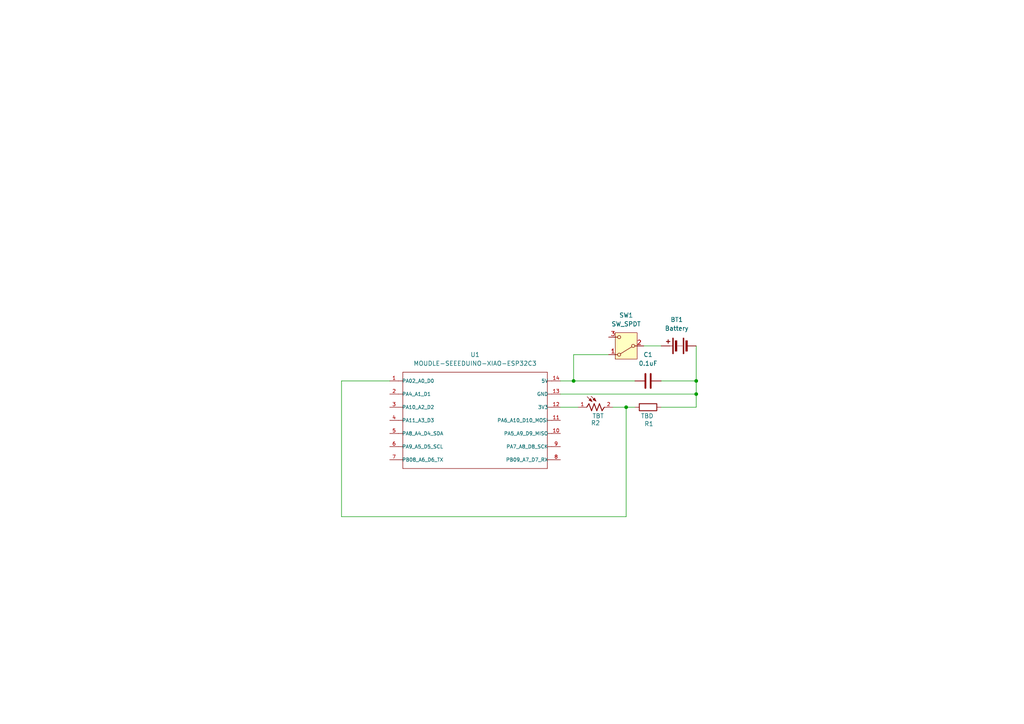
<source format=kicad_sch>
(kicad_sch (version 20231120) (generator "eeschema") (generator_version "8.0")
  (paper "A4")
  (title_block (title "Laura_Sensor_Board v1.0") (date "2025-02-05"))
  (lib_symbols
    (symbol "CDS:PDV-P8103" (pin_names (offset 1.016))
      (property "Reference" "R" (at -5.077 3.8112 0))
      (property "Value" "PDV-P8103" (at -5.077 -3.8191 0))
      (symbol "PDV-P8103_0_0"
        (polyline (pts (xy -2.54 0) (xy -1.905 1.016)) (stroke (width 0.254)))
        (polyline (pts (xy -2.413 3.048) (xy -1.016 1.651)) (stroke (width 0.1524)))
        (polyline (pts (xy -1.27 3.175) (xy 0.127 1.778)) (stroke (width 0.1524)))
        (polyline (pts (xy -1.143 -1.016) (xy -1.905 1.016)) (stroke (width 0.254)))
        (polyline (pts (xy -0.381 1.016) (xy -1.143 -1.016)) (stroke (width 0.254)))
        (polyline (pts (xy 0.381 -1.016) (xy -0.381 1.016)) (stroke (width 0.254)))
        (polyline (pts (xy 1.143 1.016) (xy 0.381 -1.016)) (stroke (width 0.254)))
        (polyline (pts (xy 1.905 -1.016) (xy 1.143 1.016)) (stroke (width 0.254)))
        (polyline (pts (xy 2.54 0) (xy 1.905 -1.016)) (stroke (width 0.254)))
        (polyline (pts (xy -1.016 1.651) (xy -1.397 2.54) (xy -1.905 2.032) (xy -1.016 1.651)) (stroke (width 0.1524)) (fill (type outline)))
        (polyline (pts (xy 0.127 1.778) (xy -0.254 2.667) (xy -0.762 2.159) (xy 0.127 1.778)) (stroke (width 0.1524)) (fill (type outline)))
        (pin passive line (at -5.08 0 0) (length 2.54) (name "~") (number "1"))
        (pin passive line (at 5.08 0 180) (length 2.54) (name "~") (number "2"))
      )
    )
    (symbol "Device:Battery" (pin_numbers hide) (pin_names (offset 0) hide)
      (property "Reference" "BT" (at 2.54 2.54 0))
      (property "Value" "Battery" (at 2.54 0 0))
      (symbol "Battery_0_1"
        (rectangle (start -2.286 -1.27) (end 2.286 -1.524) (fill (type outline)))
        (rectangle (start -2.286 1.778) (end 2.286 1.524) (fill (type outline)))
        (rectangle (start -1.524 -2.032) (end 1.524 -2.54) (fill (type outline)))
        (rectangle (start -1.524 1.016) (end 1.524 0.508) (fill (type outline)))
        (polyline (pts (xy 0 -1.016) (xy 0 -0.762)))
        (polyline (pts (xy 0 -0.508) (xy 0 -0.254)))
        (polyline (pts (xy 0 0) (xy 0 0.254)))
        (polyline (pts (xy 0 1.778) (xy 0 2.54)))
        (polyline (pts (xy 0.762 3.048) (xy 1.778 3.048)) (stroke (width 0.254)))
        (polyline (pts (xy 1.27 3.556) (xy 1.27 2.54)) (stroke (width 0.254)))
      )
      (symbol "Battery_1_1"
        (pin passive line (at 0 5.08 270) (length 2.54) (name "+") (number "1"))
        (pin passive line (at 0 -5.08 90) (length 2.54) (name "-") (number "2"))
      )
    )
    (symbol "Device:C" (pin_numbers hide) (pin_names (offset 0.254))
      (property "Reference" "C" (at 0.635 2.54 0))
      (property "Value" "C" (at 0.635 -2.54 0))
      (symbol "C_0_1"
        (polyline (pts (xy -2.032 -0.762) (xy 2.032 -0.762)) (stroke (width 0.508)))
        (polyline (pts (xy -2.032 0.762) (xy 2.032 0.762)) (stroke (width 0.508)))
      )
      (symbol "C_1_1"
        (pin passive line (at 0 3.81 270) (length 2.794) (name "~") (number "1"))
        (pin passive line (at 0 -3.81 90) (length 2.794) (name "~") (number "2"))
      )
    )
    (symbol "Device:R" (pin_numbers hide) (pin_names (offset 0))
      (property "Reference" "R" (at 2.032 0 90))
      (property "Value" "R" (at 0 0 90))
      (symbol "R_0_1"
        (rectangle (start -1.016 -2.54) (end 1.016 2.54) (stroke (width 0.254)))
      )
      (symbol "R_1_1"
        (pin passive line (at 0 3.81 270) (length 1.27) (name "~") (number "1"))
        (pin passive line (at 0 -3.81 90) (length 1.27) (name "~") (number "2"))
      )
    )
    (symbol "MOUDLE-SEEEDUINO-XIAO-ESP32C3:MOUDLE-SEEEDUINO-XIAO-ESP32C3" (pin_names (offset 1.016))
      (property "Reference" "U" (at -21.59 15.24 0))
      (property "Value" "MOUDLE-SEEEDUINO-XIAO-ESP32C3" (at -21.59 13.97 0))
      (symbol "MOUDLE-SEEEDUINO-XIAO-ESP32C3_0_0"
        (polyline (pts (xy -21.59 -13.97) (xy -21.59 0)) (stroke (width 0.1524)))
        (polyline (pts (xy -21.59 -11.43) (xy -22.86 -11.43)) (stroke (width 0.1524)))
        (polyline (pts (xy -21.59 -7.62) (xy -22.86 -7.62)) (stroke (width 0.1524)))
        (polyline (pts (xy -21.59 -3.81) (xy -22.86 -3.81)) (stroke (width 0.1524)))
        (polyline (pts (xy -21.59 0) (xy -22.86 0)) (stroke (width 0.1524)))
        (polyline (pts (xy -21.59 0) (xy -21.59 3.81)) (stroke (width 0.1524)))
        (polyline (pts (xy -21.59 3.81) (xy -22.86 3.81)) (stroke (width 0.1524)))
        (polyline (pts (xy -21.59 3.81) (xy -21.59 7.62)) (stroke (width 0.1524)))
        (polyline (pts (xy -21.59 7.62) (xy -22.86 7.62)) (stroke (width 0.1524)))
        (polyline (pts (xy -21.59 7.62) (xy -21.59 11.43)) (stroke (width 0.1524)))
        (polyline (pts (xy -21.59 11.43) (xy -22.86 11.43)) (stroke (width 0.1524)))
        (polyline (pts (xy -21.59 11.43) (xy -21.59 13.97)) (stroke (width 0.1524)))
        (polyline (pts (xy -21.59 13.97) (xy 20.32 13.97)) (stroke (width 0.1524)))
        (polyline (pts (xy 20.32 -13.97) (xy -21.59 -13.97)) (stroke (width 0.1524)))
        (polyline (pts (xy 20.32 3.81) (xy 20.32 -13.97)) (stroke (width 0.1524)))
        (polyline (pts (xy 20.32 7.62) (xy 20.32 3.81)) (stroke (width 0.1524)))
        (polyline (pts (xy 20.32 11.43) (xy 20.32 7.62)) (stroke (width 0.1524)))
        (polyline (pts (xy 20.32 13.97) (xy 20.32 11.43)) (stroke (width 0.1524)))
        (polyline (pts (xy 21.59 -11.43) (xy 20.32 -11.43)) (stroke (width 0.1524)))
        (polyline (pts (xy 21.59 -7.62) (xy 20.32 -7.62)) (stroke (width 0.1524)))
        (polyline (pts (xy 21.59 -3.81) (xy 20.32 -3.81)) (stroke (width 0.1524)))
        (polyline (pts (xy 21.59 0) (xy 20.32 0)) (stroke (width 0.1524)))
        (polyline (pts (xy 21.59 3.81) (xy 20.32 3.81)) (stroke (width 0.1524)))
        (polyline (pts (xy 21.59 7.62) (xy 20.32 7.62)) (stroke (width 0.1524)))
        (polyline (pts (xy 21.59 11.43) (xy 20.32 11.43)) (stroke (width 0.1524)))
        (pin bidirectional line (at -25.4 11.43 0) (length 2.54) (name "PA02_A0_D0") (number "1"))
        (pin bidirectional line (at 24.13 -3.81 180) (length 2.54) (name "PA5_A9_D9_MISO") (number "10"))
        (pin bidirectional line (at 24.13 0 180) (length 2.54) (name "PA6_A10_D10_MOSI") (number "11"))
        (pin bidirectional line (at 24.13 3.81 180) (length 2.54) (name "3V3") (number "12"))
        (pin bidirectional line (at 24.13 7.62 180) (length 2.54) (name "GND") (number "13"))
        (pin bidirectional line (at 24.13 11.43 180) (length 2.54) (name "5V") (number "14"))
        (pin bidirectional line (at -25.4 7.62 0) (length 2.54) (name "PA4_A1_D1") (number "2"))
        (pin bidirectional line (at -25.4 3.81 0) (length 2.54) (name "PA10_A2_D2") (number "3"))
        (pin bidirectional line (at -25.4 0 0) (length 2.54) (name "PA11_A3_D3") (number "4"))
        (pin bidirectional line (at -25.4 -3.81 0) (length 2.54) (name "PA8_A4_D4_SDA") (number "5"))
        (pin bidirectional line (at -25.4 -7.62 0) (length 2.54) (name "PA9_A5_D5_SCL") (number "6"))
        (pin bidirectional line (at -25.4 -11.43 0) (length 2.54) (name "PB08_A6_D6_TX") (number "7"))
        (pin bidirectional line (at 24.13 -11.43 180) (length 2.54) (name "PB09_A7_D7_RX") (number "8"))
        (pin bidirectional line (at 24.13 -7.62 180) (length 2.54) (name "PA7_A8_D8_SCK") (number "9"))
      )
    )
    (symbol "Switch:SW_SPDT" (pin_names (offset 0) hide)
      (property "Reference" "SW" (at 0 5.08 0))
      (property "Value" "SW_SPDT" (at 0 -5.08 0))
      (symbol "SW_SPDT_0_1"
        (circle (center -2.032 0) (radius 0.4572))
        (polyline (pts (xy -1.651 0.254) (xy 1.651 2.286)))
        (circle (center 2.032 -2.54) (radius 0.4572))
        (circle (center 2.032 2.54) (radius 0.4572))
      )
      (symbol "SW_SPDT_1_1"
        (rectangle (start -3.175 3.81) (end 3.175 -3.81) (fill (type background)))
        (pin passive line (at 5.08 2.54 180) (length 2.54) (name "A") (number "1"))
        (pin passive line (at -5.08 0 0) (length 2.54) (name "B") (number "2"))
        (pin passive line (at 5.08 -2.54 180) (length 2.54) (name "C") (number "3"))
      )
    )
  )
  (junction (at 201.93 114.3))
  (junction (at 201.93 110.49))
  (junction (at 181.61 118.11))
  (junction (at 166.37 110.49))
  (wire (pts (xy 176.53 102.87) (xy 166.37 102.87)))
  (wire (pts (xy 166.37 110.49) (xy 184.15 110.49)))
  (wire (pts (xy 181.61 118.11) (xy 181.61 149.86)))
  (wire (pts (xy 99.06 110.49) (xy 113.03 110.49)))
  (wire (pts (xy 191.77 118.11) (xy 201.93 118.11)))
  (wire (pts (xy 162.56 118.11) (xy 167.64 118.11)))
  (wire (pts (xy 162.56 114.3) (xy 201.93 114.3)))
  (wire (pts (xy 201.93 110.49) (xy 201.93 100.33)))
  (wire (pts (xy 181.61 118.11) (xy 184.15 118.11)))
  (wire (pts (xy 201.93 114.3) (xy 201.93 118.11)))
  (wire (pts (xy 99.06 149.86) (xy 99.06 110.49)))
  (wire (pts (xy 191.77 110.49) (xy 201.93 110.49)))
  (wire (pts (xy 201.93 110.49) (xy 201.93 114.3)))
  (wire (pts (xy 181.61 149.86) (xy 99.06 149.86)))
  (wire (pts (xy 166.37 102.87) (xy 166.37 110.49)))
  (wire (pts (xy 186.69 100.33) (xy 191.77 100.33)))
  (wire (pts (xy 177.8 118.11) (xy 181.61 118.11)))
  (wire (pts (xy 162.56 110.49) (xy 166.37 110.49)))
  (symbol (lib_id "MOUDLE-SEEEDUINO-XIAO-ESP32C3:MOUDLE-SEEEDUINO-XIAO-ESP32C3") (at 138.43 121.92 0) (unit 1)
    (property "Reference" "U1" (at 137.795 102.87 0))
    (property "Value" "MOUDLE-SEEEDUINO-XIAO-ESP32C3" (at 137.795 105.41 0))
    (property "Footprint" "ESP32c3:XIAO_ESP32_SENSE" (effects (hide yes)))
  )
  (symbol (lib_id "Device:R") (at 187.96 118.11 90) (unit 1)
    (property "Reference" "R1" (at 188.214 122.936 90))
    (property "Value" "TBD" (at 187.706 120.65 90))
    (property "Footprint" "Resistor_SMD:R_0805_2012Metric_Pad1.20x1.40mm_HandSolder" (effects (hide yes)))
    (property "Description" "Resistor" (effects (hide yes)))
  )
  (symbol (lib_id "Device:C") (at 187.96 110.49 90) (unit 1)
    (property "Reference" "C1" (at 187.96 102.87 90))
    (property "Value" "0.1uF" (at 187.96 105.41 90))
    (property "Footprint" "Capacitor_SMD:C_0805_2012Metric_Pad1.18x1.45mm_HandSolder" (effects (hide yes)))
    (property "Description" "Unpolarized capacitor" (effects (hide yes)))
  )
  (symbol (lib_id "Switch:SW_SPDT") (at 181.61 100.33 180) (unit 1)
    (property "Reference" "SW1" (at 181.61 91.44 0))
    (property "Value" "SW_SPDT" (at 181.61 93.98 0))
    (property "Footprint" "Connector_PinHeader_2.54mm:PinHeader_1x03_P2.54mm_Vertical" (effects (hide yes)))
    (property "Description" "Switch, single pole double throw" (effects (hide yes)))
  )
  (symbol (lib_id "CDS:PDV-P8103") (at 172.72 118.11 0) (unit 1)
    (property "Reference" "R2" (at 172.72 122.682 0))
    (property "Value" "TBT" (at 173.482 120.65 0))
    (property "Footprint" "CDS:PHODET_PDV-P8103" (effects (hide yes)))
    (property "PARTREV" "3/30/06" (effects (hide yes)))
    (property "MANUFACTURER" "Luna Optoelectronics" (effects (hide yes)))
    (property "STANDARD" "IPC-7251" (effects (hide yes)))
  )
  (symbol (lib_id "Device:Battery") (at 196.85 100.33 90) (unit 1)
    (property "Reference" "BT1" (at 196.2785 92.71 90))
    (property "Value" "Battery" (at 196.2785 95.25 90))
    (property "Footprint" "Connector_JST:JST_PH_B2B-PH-K_1x02_P2.00mm_Vertical" (effects (hide yes)))
    (property "Description" "Multiple-cell battery" (effects (hide yes)))
  )
)
</source>
